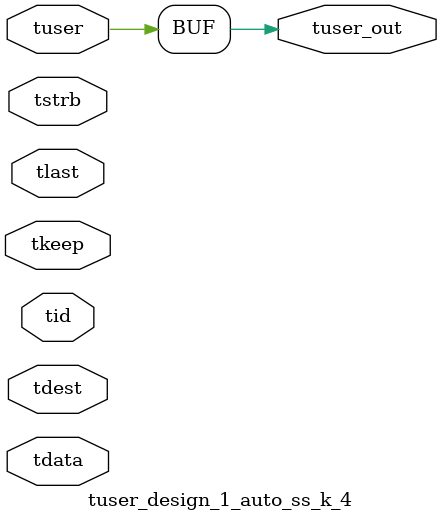
<source format=v>


`timescale 1ps/1ps

module tuser_design_1_auto_ss_k_4 #
(
parameter C_S_AXIS_TUSER_WIDTH = 1,
parameter C_S_AXIS_TDATA_WIDTH = 32,
parameter C_S_AXIS_TID_WIDTH   = 0,
parameter C_S_AXIS_TDEST_WIDTH = 0,
parameter C_M_AXIS_TUSER_WIDTH = 1
)
(
input  [(C_S_AXIS_TUSER_WIDTH == 0 ? 1 : C_S_AXIS_TUSER_WIDTH)-1:0     ] tuser,
input  [(C_S_AXIS_TDATA_WIDTH == 0 ? 1 : C_S_AXIS_TDATA_WIDTH)-1:0     ] tdata,
input  [(C_S_AXIS_TID_WIDTH   == 0 ? 1 : C_S_AXIS_TID_WIDTH)-1:0       ] tid,
input  [(C_S_AXIS_TDEST_WIDTH == 0 ? 1 : C_S_AXIS_TDEST_WIDTH)-1:0     ] tdest,
input  [(C_S_AXIS_TDATA_WIDTH/8)-1:0 ] tkeep,
input  [(C_S_AXIS_TDATA_WIDTH/8)-1:0 ] tstrb,
input                                                                    tlast,
output [C_M_AXIS_TUSER_WIDTH-1:0] tuser_out
);

assign tuser_out = {tuser[0:0]};

endmodule


</source>
